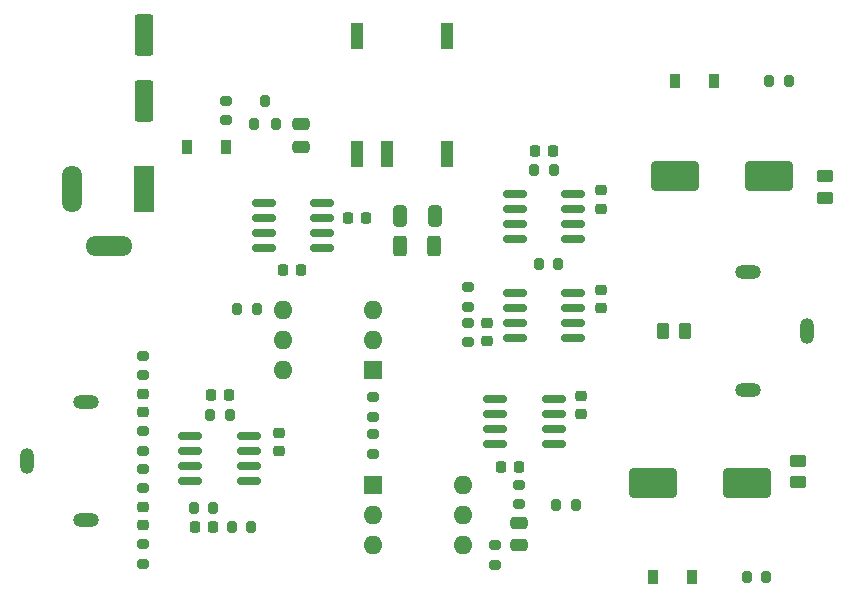
<source format=gts>
%TF.GenerationSoftware,KiCad,Pcbnew,6.0.8-f2edbf62ab~116~ubuntu20.04.1*%
%TF.CreationDate,2022-10-07T00:55:20-04:00*%
%TF.ProjectId,SSTC_Audio_Isolator,53535443-5f41-4756-9469-6f5f49736f6c,rev?*%
%TF.SameCoordinates,Original*%
%TF.FileFunction,Soldermask,Top*%
%TF.FilePolarity,Negative*%
%FSLAX46Y46*%
G04 Gerber Fmt 4.6, Leading zero omitted, Abs format (unit mm)*
G04 Created by KiCad (PCBNEW 6.0.8-f2edbf62ab~116~ubuntu20.04.1) date 2022-10-07 00:55:20*
%MOMM*%
%LPD*%
G01*
G04 APERTURE LIST*
G04 Aperture macros list*
%AMRoundRect*
0 Rectangle with rounded corners*
0 $1 Rounding radius*
0 $2 $3 $4 $5 $6 $7 $8 $9 X,Y pos of 4 corners*
0 Add a 4 corners polygon primitive as box body*
4,1,4,$2,$3,$4,$5,$6,$7,$8,$9,$2,$3,0*
0 Add four circle primitives for the rounded corners*
1,1,$1+$1,$2,$3*
1,1,$1+$1,$4,$5*
1,1,$1+$1,$6,$7*
1,1,$1+$1,$8,$9*
0 Add four rect primitives between the rounded corners*
20,1,$1+$1,$2,$3,$4,$5,0*
20,1,$1+$1,$4,$5,$6,$7,0*
20,1,$1+$1,$6,$7,$8,$9,0*
20,1,$1+$1,$8,$9,$2,$3,0*%
G04 Aperture macros list end*
%ADD10R,0.900000X1.200000*%
%ADD11RoundRect,0.225000X0.250000X-0.225000X0.250000X0.225000X-0.250000X0.225000X-0.250000X-0.225000X0*%
%ADD12RoundRect,0.250000X-0.325000X-0.650000X0.325000X-0.650000X0.325000X0.650000X-0.325000X0.650000X0*%
%ADD13RoundRect,0.200000X0.200000X0.275000X-0.200000X0.275000X-0.200000X-0.275000X0.200000X-0.275000X0*%
%ADD14RoundRect,0.150000X-0.825000X-0.150000X0.825000X-0.150000X0.825000X0.150000X-0.825000X0.150000X0*%
%ADD15RoundRect,0.200000X-0.200000X-0.275000X0.200000X-0.275000X0.200000X0.275000X-0.200000X0.275000X0*%
%ADD16RoundRect,0.200000X0.275000X-0.200000X0.275000X0.200000X-0.275000X0.200000X-0.275000X-0.200000X0*%
%ADD17O,2.200000X1.200000*%
%ADD18O,1.200000X2.200000*%
%ADD19RoundRect,0.225000X-0.225000X-0.250000X0.225000X-0.250000X0.225000X0.250000X-0.225000X0.250000X0*%
%ADD20RoundRect,0.250000X0.312500X0.625000X-0.312500X0.625000X-0.312500X-0.625000X0.312500X-0.625000X0*%
%ADD21RoundRect,0.200000X0.200000X-0.300000X0.200000X0.300000X-0.200000X0.300000X-0.200000X-0.300000X0*%
%ADD22RoundRect,0.250000X0.450000X-0.262500X0.450000X0.262500X-0.450000X0.262500X-0.450000X-0.262500X0*%
%ADD23RoundRect,0.250000X-0.450000X0.262500X-0.450000X-0.262500X0.450000X-0.262500X0.450000X0.262500X0*%
%ADD24RoundRect,0.250000X-1.750000X-1.000000X1.750000X-1.000000X1.750000X1.000000X-1.750000X1.000000X0*%
%ADD25RoundRect,0.200000X-0.275000X0.200000X-0.275000X-0.200000X0.275000X-0.200000X0.275000X0.200000X0*%
%ADD26RoundRect,0.225000X0.225000X0.250000X-0.225000X0.250000X-0.225000X-0.250000X0.225000X-0.250000X0*%
%ADD27RoundRect,0.250000X0.475000X-0.250000X0.475000X0.250000X-0.475000X0.250000X-0.475000X-0.250000X0*%
%ADD28RoundRect,0.250000X0.550000X-1.500000X0.550000X1.500000X-0.550000X1.500000X-0.550000X-1.500000X0*%
%ADD29R,1.000000X2.300000*%
%ADD30R,1.700000X4.000000*%
%ADD31O,1.700000X4.000000*%
%ADD32O,4.000000X1.700000*%
%ADD33RoundRect,0.250000X-0.262500X-0.450000X0.262500X-0.450000X0.262500X0.450000X-0.262500X0.450000X0*%
%ADD34R,1.600000X1.600000*%
%ADD35O,1.600000X1.600000*%
%ADD36RoundRect,0.225000X-0.250000X0.225000X-0.250000X-0.225000X0.250000X-0.225000X0.250000X0.225000X0*%
G04 APERTURE END LIST*
D10*
%TO.C,D3*%
X121300000Y-64900000D03*
X118000000Y-64900000D03*
%TD*%
D11*
%TO.C,C18*%
X153050000Y-70150000D03*
X153050000Y-68600000D03*
%TD*%
D12*
%TO.C,C9*%
X136025000Y-70800000D03*
X138975000Y-70800000D03*
%TD*%
D13*
%TO.C,R16*%
X168950000Y-59350000D03*
X167300000Y-59350000D03*
%TD*%
D14*
%TO.C,U7*%
X144125000Y-86245000D03*
X144125000Y-87515000D03*
X144125000Y-88785000D03*
X144125000Y-90055000D03*
X149075000Y-90055000D03*
X149075000Y-88785000D03*
X149075000Y-87515000D03*
X149075000Y-86245000D03*
%TD*%
D15*
%TO.C,R8*%
X122250000Y-78675000D03*
X123900000Y-78675000D03*
%TD*%
D16*
%TO.C,R1*%
X114300000Y-100200000D03*
X114300000Y-98550000D03*
%TD*%
D15*
%TO.C,R7*%
X119975000Y-87600000D03*
X121625000Y-87600000D03*
%TD*%
D17*
%TO.C,J1*%
X109500000Y-86521666D03*
D18*
X104500000Y-91521666D03*
D17*
X109500000Y-96521666D03*
%TD*%
%TO.C,J3*%
X165500000Y-85500000D03*
D18*
X170500000Y-80500000D03*
D17*
X165500000Y-75500000D03*
%TD*%
D16*
%TO.C,R11*%
X141800000Y-78450000D03*
X141800000Y-76800000D03*
%TD*%
D11*
%TO.C,C5*%
X125800000Y-90650000D03*
X125800000Y-89100000D03*
%TD*%
D13*
%TO.C,R21*%
X149075000Y-66850000D03*
X147425000Y-66850000D03*
%TD*%
D11*
%TO.C,C2*%
X114300000Y-96950000D03*
X114300000Y-95400000D03*
%TD*%
D16*
%TO.C,R12*%
X141800000Y-81450000D03*
X141800000Y-79800000D03*
%TD*%
D14*
%TO.C,U2*%
X124500000Y-69660000D03*
X124500000Y-70930000D03*
X124500000Y-72200000D03*
X124500000Y-73470000D03*
X129450000Y-73470000D03*
X129450000Y-72200000D03*
X129450000Y-70930000D03*
X129450000Y-69660000D03*
%TD*%
D19*
%TO.C,C8*%
X126150000Y-75315000D03*
X127700000Y-75315000D03*
%TD*%
D10*
%TO.C,D1*%
X159300000Y-59350000D03*
X162600000Y-59350000D03*
%TD*%
D20*
%TO.C,R24*%
X138962500Y-73300000D03*
X136037500Y-73300000D03*
%TD*%
D21*
%TO.C,Q1*%
X123650000Y-63000000D03*
X125550000Y-63000000D03*
X124600000Y-61000000D03*
%TD*%
D22*
%TO.C,R23*%
X172050000Y-69237500D03*
X172050000Y-67412500D03*
%TD*%
D10*
%TO.C,D2*%
X157450000Y-101300000D03*
X160750000Y-101300000D03*
%TD*%
D16*
%TO.C,R13*%
X144050000Y-100300000D03*
X144050000Y-98650000D03*
%TD*%
%TO.C,R5*%
X114300000Y-93800000D03*
X114300000Y-92150000D03*
%TD*%
%TO.C,R9*%
X133750000Y-87775000D03*
X133750000Y-86125000D03*
%TD*%
D23*
%TO.C,R22*%
X169750000Y-91487500D03*
X169750000Y-93312500D03*
%TD*%
D15*
%TO.C,R14*%
X149275000Y-95200000D03*
X150925000Y-95200000D03*
%TD*%
D24*
%TO.C,C16*%
X159300000Y-67350000D03*
X167300000Y-67350000D03*
%TD*%
D25*
%TO.C,R6*%
X114300000Y-89000000D03*
X114300000Y-90650000D03*
%TD*%
D19*
%TO.C,C13*%
X144600000Y-92000000D03*
X146150000Y-92000000D03*
%TD*%
D26*
%TO.C,C19*%
X149025000Y-65300000D03*
X147475000Y-65300000D03*
%TD*%
D25*
%TO.C,R2*%
X114300000Y-82600000D03*
X114300000Y-84250000D03*
%TD*%
D19*
%TO.C,C6*%
X120025000Y-85900000D03*
X121575000Y-85900000D03*
%TD*%
%TO.C,C7*%
X131650000Y-70900000D03*
X133200000Y-70900000D03*
%TD*%
D27*
%TO.C,C11*%
X146150000Y-98650000D03*
X146150000Y-96750000D03*
%TD*%
D13*
%TO.C,R3*%
X123450000Y-97100000D03*
X121800000Y-97100000D03*
%TD*%
D15*
%TO.C,R20*%
X147800000Y-74800000D03*
X149450000Y-74800000D03*
%TD*%
D28*
%TO.C,C1*%
X114350000Y-61000000D03*
X114350000Y-55400000D03*
%TD*%
D25*
%TO.C,R15*%
X146150000Y-93525000D03*
X146150000Y-95175000D03*
%TD*%
D29*
%TO.C,U4*%
X132440000Y-65550000D03*
X134980000Y-65550000D03*
X140060000Y-65550000D03*
X140060000Y-55550000D03*
X132440000Y-55550000D03*
%TD*%
D25*
%TO.C,R10*%
X133750000Y-89225000D03*
X133750000Y-90875000D03*
%TD*%
D11*
%TO.C,C14*%
X151350000Y-87550000D03*
X151350000Y-86000000D03*
%TD*%
D30*
%TO.C,J2*%
X114375000Y-68518333D03*
D31*
X108275000Y-68518333D03*
D32*
X111375000Y-73318333D03*
%TD*%
D27*
%TO.C,C17*%
X127650000Y-64900000D03*
X127650000Y-63000000D03*
%TD*%
D11*
%TO.C,C12*%
X153050000Y-78550000D03*
X153050000Y-77000000D03*
%TD*%
D15*
%TO.C,R17*%
X165425000Y-101300000D03*
X167075000Y-101300000D03*
%TD*%
D14*
%TO.C,U1*%
X118300000Y-89380000D03*
X118300000Y-90650000D03*
X118300000Y-91920000D03*
X118300000Y-93190000D03*
X123250000Y-93190000D03*
X123250000Y-91920000D03*
X123250000Y-90650000D03*
X123250000Y-89380000D03*
%TD*%
D24*
%TO.C,C15*%
X157450000Y-93350000D03*
X165450000Y-93350000D03*
%TD*%
D14*
%TO.C,U8*%
X145775000Y-68895000D03*
X145775000Y-70165000D03*
X145775000Y-71435000D03*
X145775000Y-72705000D03*
X150725000Y-72705000D03*
X150725000Y-71435000D03*
X150725000Y-70165000D03*
X150725000Y-68895000D03*
%TD*%
D13*
%TO.C,R4*%
X120250000Y-95500000D03*
X118600000Y-95500000D03*
%TD*%
D25*
%TO.C,R19*%
X121300000Y-61000000D03*
X121300000Y-62650000D03*
%TD*%
D14*
%TO.C,U6*%
X145750000Y-77260000D03*
X145750000Y-78530000D03*
X145750000Y-79800000D03*
X145750000Y-81070000D03*
X150700000Y-81070000D03*
X150700000Y-79800000D03*
X150700000Y-78530000D03*
X150700000Y-77260000D03*
%TD*%
D11*
%TO.C,C10*%
X143400000Y-81350000D03*
X143400000Y-79800000D03*
%TD*%
D33*
%TO.C,R18*%
X158325000Y-80500000D03*
X160150000Y-80500000D03*
%TD*%
D34*
%TO.C,U3*%
X133750000Y-83775000D03*
D35*
X133750000Y-81235000D03*
X133750000Y-78695000D03*
X126130000Y-78695000D03*
X126130000Y-81235000D03*
X126130000Y-83775000D03*
%TD*%
D36*
%TO.C,C3*%
X114300000Y-85800000D03*
X114300000Y-87350000D03*
%TD*%
D34*
%TO.C,U5*%
X133750000Y-93575000D03*
D35*
X133750000Y-96115000D03*
X133750000Y-98655000D03*
X141370000Y-98655000D03*
X141370000Y-96115000D03*
X141370000Y-93575000D03*
%TD*%
D19*
%TO.C,C4*%
X118700000Y-97100000D03*
X120250000Y-97100000D03*
%TD*%
M02*

</source>
